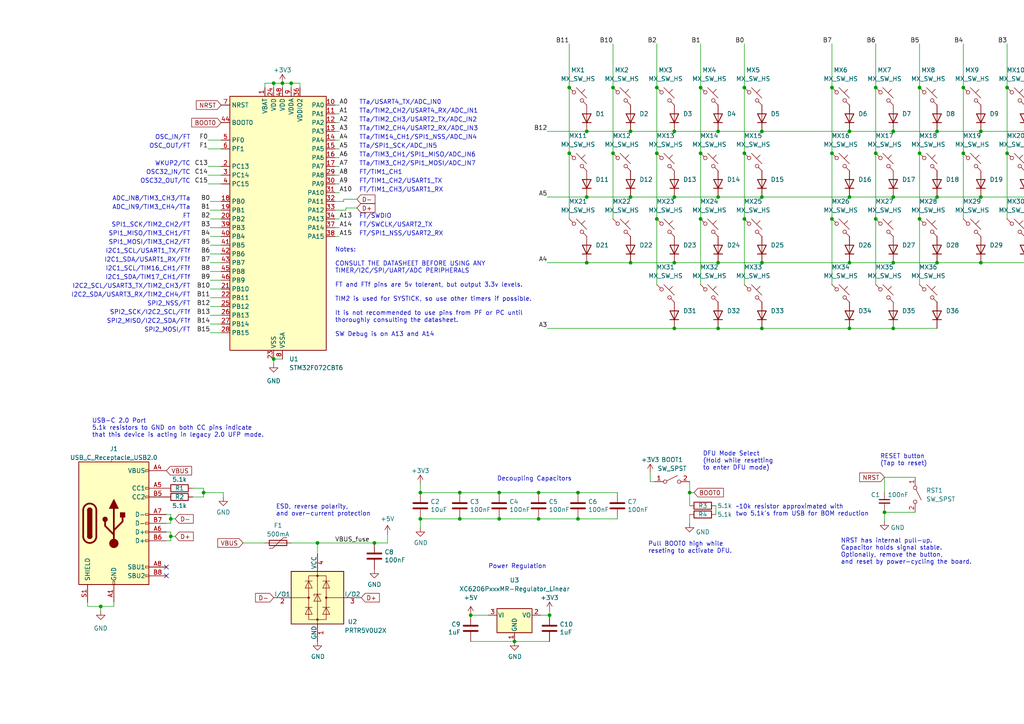
<source format=kicad_sch>
(kicad_sch (version 20230121) (generator eeschema)
  (paper "A4")
  (junction (at 195.58 95.25))
  (junction (at 246.38 57.15))
  (junction (at 317.5 88.9))
  (junction (at 246.38 76.2))
  (junction (at 170.18 76.2))
  (junction (at 200.025 142.875))
  (junction (at 279.4 44.45))
  (junction (at 170.18 57.15))
  (junction (at 195.58 38.1))
  (junction (at 81.915 24.13))
  (junction (at 266.7 25.4))
  (junction (at 220.98 38.1))
  (junction (at 284.48 76.2))
  (junction (at 220.98 95.25))
  (junction (at 215.9 25.4))
  (junction (at 254 63.5))
  (junction (at 279.4 25.4))
  (junction (at 165.1 25.4))
  (junction (at 266.7 63.5))
  (junction (at 259.08 57.15))
  (junction (at 159.385 178.435))
  (junction (at 59.055 142.875))
  (junction (at 79.375 24.13))
  (junction (at 254 25.4))
  (junction (at 336.55 88.9))
  (junction (at 246.38 38.1))
  (junction (at 190.5 63.5))
  (junction (at 271.78 38.1))
  (junction (at 156.21 150.495))
  (junction (at 284.48 38.1))
  (junction (at 271.78 76.2))
  (junction (at 136.525 178.435))
  (junction (at 177.8 25.4))
  (junction (at 215.9 63.5))
  (junction (at 208.28 38.1))
  (junction (at 156.21 142.875))
  (junction (at 165.1 44.45))
  (junction (at 195.58 76.2))
  (junction (at 190.5 44.45))
  (junction (at 254 44.45))
  (junction (at 220.98 76.2))
  (junction (at 121.92 150.495))
  (junction (at 203.2 25.4))
  (junction (at 271.78 57.15))
  (junction (at 203.2 44.45))
  (junction (at 208.28 76.2))
  (junction (at 149.225 186.055) (diameter 0.9144))
  (junction (at 203.2 63.5))
  (junction (at 259.08 38.1))
  (junction (at 256.54 148.59))
  (junction (at 121.92 142.875))
  (junction (at 182.88 38.1))
  (junction (at 79.375 104.14))
  (junction (at 355.6 104.14))
  (junction (at 246.38 95.25))
  (junction (at 284.48 57.15))
  (junction (at 144.78 150.495))
  (junction (at 266.7 44.45))
  (junction (at 133.35 150.495))
  (junction (at 292.1 44.45))
  (junction (at 167.64 150.495))
  (junction (at 241.3 63.5))
  (junction (at 336.55 104.14))
  (junction (at 167.64 142.875))
  (junction (at 241.3 44.45))
  (junction (at 259.08 76.2))
  (junction (at 182.88 76.2))
  (junction (at 177.8 44.45))
  (junction (at 208.28 57.15))
  (junction (at 170.18 38.1))
  (junction (at 92.075 157.48))
  (junction (at 144.78 142.875))
  (junction (at 195.58 57.15))
  (junction (at 259.08 95.25))
  (junction (at 215.9 44.45))
  (junction (at 208.28 95.25))
  (junction (at 190.5 25.4))
  (junction (at 108.585 157.48))
  (junction (at 49.53 155.575))
  (junction (at 220.98 57.15))
  (junction (at 29.21 175.895))
  (junction (at 241.3 25.4))
  (junction (at 49.53 150.495))
  (junction (at 182.88 57.15))
  (junction (at 133.35 142.875))
  (junction (at 292.1 25.4))
  (junction (at 84.455 24.13))
  (no_connect (at 363.22 96.52))
  (no_connect (at 48.26 167.005))
  (no_connect (at 48.26 164.465))
  (wire (pts (xy 279.4 25.4) (xy 279.4 44.45)))
  (wire (pts (xy 254 44.45) (xy 254 63.5)))
  (wire (pts (xy 220.98 38.1) (xy 246.38 38.1)))
  (wire (pts (xy 167.64 150.495) (xy 179.07 150.495)))
  (wire (pts (xy 203.2 63.5) (xy 203.2 82.55)))
  (wire (pts (xy 48.26 156.845) (xy 49.53 156.845)))
  (wire (pts (xy 60.96 76.2) (xy 64.135 76.2)))
  (wire (pts (xy 98.425 40.64) (xy 97.155 40.64)))
  (wire (pts (xy 271.78 57.15) (xy 284.48 57.15)))
  (wire (pts (xy 29.21 175.895) (xy 33.02 175.895)))
  (wire (pts (xy 60.96 60.96) (xy 64.135 60.96)))
  (wire (pts (xy 246.38 57.15) (xy 259.08 57.15)))
  (wire (pts (xy 86.995 24.13) (xy 86.995 25.4)))
  (wire (pts (xy 284.48 38.1) (xy 297.18 38.1)))
  (wire (pts (xy 158.75 95.25) (xy 195.58 95.25)))
  (wire (pts (xy 182.88 76.2) (xy 195.58 76.2)))
  (wire (pts (xy 292.1 25.4) (xy 292.1 44.45)))
  (wire (pts (xy 48.26 149.225) (xy 49.53 149.225)))
  (wire (pts (xy 98.425 53.34) (xy 97.155 53.34)))
  (wire (pts (xy 59.055 144.145) (xy 59.055 142.875)))
  (wire (pts (xy 195.58 95.25) (xy 208.28 95.25)))
  (wire (pts (xy 144.78 150.495) (xy 133.35 150.495)))
  (wire (pts (xy 55.88 144.145) (xy 59.055 144.145)))
  (wire (pts (xy 246.38 38.1) (xy 259.08 38.1)))
  (wire (pts (xy 98.425 48.26) (xy 97.155 48.26)))
  (wire (pts (xy 49.53 150.495) (xy 49.53 151.765)))
  (wire (pts (xy 59.055 142.875) (xy 59.055 141.605)))
  (wire (pts (xy 189.865 139.7) (xy 188.595 139.7)))
  (wire (pts (xy 208.28 76.2) (xy 220.98 76.2)))
  (wire (pts (xy 208.28 57.15) (xy 220.98 57.15)))
  (wire (pts (xy 29.21 177.165) (xy 29.21 175.895)))
  (wire (pts (xy 241.3 25.4) (xy 241.3 44.45)))
  (wire (pts (xy 84.455 24.13) (xy 84.455 25.4)))
  (wire (pts (xy 190.5 63.5) (xy 190.5 82.55)))
  (wire (pts (xy 98.425 35.56) (xy 97.155 35.56)))
  (wire (pts (xy 158.75 57.15) (xy 170.18 57.15)))
  (wire (pts (xy 59.055 142.875) (xy 64.77 142.875)))
  (wire (pts (xy 144.78 142.875) (xy 133.35 142.875)))
  (wire (pts (xy 60.96 63.5) (xy 64.135 63.5)))
  (wire (pts (xy 208.28 38.1) (xy 220.98 38.1)))
  (wire (pts (xy 84.455 24.13) (xy 86.995 24.13)))
  (wire (pts (xy 200.025 142.875) (xy 201.295 142.875)))
  (wire (pts (xy 246.38 95.25) (xy 259.08 95.25)))
  (wire (pts (xy 317.5 104.14) (xy 336.55 104.14)))
  (wire (pts (xy 60.96 78.74) (xy 64.135 78.74)))
  (wire (pts (xy 79.375 24.13) (xy 79.375 25.4)))
  (wire (pts (xy 182.88 57.15) (xy 195.58 57.15)))
  (wire (pts (xy 336.55 88.9) (xy 355.6 88.9)))
  (wire (pts (xy 55.88 141.605) (xy 59.055 141.605)))
  (wire (pts (xy 149.225 186.055) (xy 159.385 186.055)))
  (wire (pts (xy 60.96 93.98) (xy 64.135 93.98)))
  (wire (pts (xy 79.375 105.41) (xy 79.375 104.14)))
  (wire (pts (xy 215.9 63.5) (xy 215.9 82.55)))
  (wire (pts (xy 60.96 83.82) (xy 64.135 83.82)))
  (wire (pts (xy 259.08 57.15) (xy 271.78 57.15)))
  (wire (pts (xy 325.755 130.81) (xy 328.93 130.81)))
  (wire (pts (xy 326.39 125.73) (xy 328.93 125.73)))
  (wire (pts (xy 98.425 38.1) (xy 97.155 38.1)))
  (wire (pts (xy 266.7 25.4) (xy 266.7 44.45)))
  (wire (pts (xy 215.9 25.4) (xy 215.9 44.45)))
  (wire (pts (xy 256.54 151.13) (xy 256.54 148.59)))
  (wire (pts (xy 158.75 38.1) (xy 170.18 38.1)))
  (wire (pts (xy 60.96 73.66) (xy 64.135 73.66)))
  (wire (pts (xy 136.525 178.435) (xy 141.605 178.435)))
  (wire (pts (xy 207.645 146.685) (xy 207.645 149.225)))
  (wire (pts (xy 190.5 12.7) (xy 190.5 25.4)))
  (wire (pts (xy 156.21 142.875) (xy 167.64 142.875)))
  (wire (pts (xy 307.34 96.52) (xy 309.88 96.52)))
  (wire (pts (xy 98.425 63.5) (xy 97.155 63.5)))
  (wire (pts (xy 182.88 38.1) (xy 195.58 38.1)))
  (wire (pts (xy 241.3 12.7) (xy 241.3 25.4)))
  (wire (pts (xy 60.96 71.12) (xy 64.135 71.12)))
  (wire (pts (xy 259.08 76.2) (xy 271.78 76.2)))
  (wire (pts (xy 177.8 25.4) (xy 177.8 44.45)))
  (wire (pts (xy 292.1 12.7) (xy 292.1 25.4)))
  (wire (pts (xy 108.585 157.48) (xy 112.395 157.48)))
  (wire (pts (xy 188.595 139.7) (xy 188.595 137.16)))
  (wire (pts (xy 100.33 60.325) (xy 100.33 60.96)))
  (wire (pts (xy 60.96 66.04) (xy 64.135 66.04)))
  (wire (pts (xy 76.835 24.13) (xy 76.835 25.4)))
  (wire (pts (xy 336.55 104.14) (xy 355.6 104.14)))
  (wire (pts (xy 190.5 44.45) (xy 190.5 63.5)))
  (wire (pts (xy 195.58 57.15) (xy 208.28 57.15)))
  (wire (pts (xy 98.425 43.18) (xy 97.155 43.18)))
  (wire (pts (xy 241.3 44.45) (xy 241.3 63.5)))
  (wire (pts (xy 60.96 91.44) (xy 64.135 91.44)))
  (wire (pts (xy 256.54 138.43) (xy 265.43 138.43)))
  (wire (pts (xy 271.78 76.2) (xy 284.48 76.2)))
  (wire (pts (xy 156.845 178.435) (xy 159.385 178.435)))
  (wire (pts (xy 144.78 142.875) (xy 156.21 142.875)))
  (wire (pts (xy 246.38 76.2) (xy 259.08 76.2)))
  (wire (pts (xy 98.425 45.72) (xy 97.155 45.72)))
  (wire (pts (xy 200.025 139.7) (xy 200.025 142.875)))
  (wire (pts (xy 84.455 24.13) (xy 81.915 24.13)))
  (wire (pts (xy 60.96 58.42) (xy 64.135 58.42)))
  (wire (pts (xy 256.54 138.43) (xy 256.54 142.875)))
  (wire (pts (xy 98.425 55.88) (xy 97.155 55.88)))
  (wire (pts (xy 60.96 86.36) (xy 64.135 86.36)))
  (wire (pts (xy 70.485 157.48) (xy 76.835 157.48)))
  (wire (pts (xy 344.17 96.52) (xy 347.98 96.52)))
  (wire (pts (xy 259.08 95.25) (xy 271.78 95.25)))
  (wire (pts (xy 100.33 60.96) (xy 97.155 60.96)))
  (wire (pts (xy 121.92 153.035) (xy 121.92 150.495)))
  (wire (pts (xy 279.4 12.7) (xy 279.4 25.4)))
  (wire (pts (xy 49.53 156.845) (xy 49.53 155.575)))
  (wire (pts (xy 60.325 48.26) (xy 64.135 48.26)))
  (wire (pts (xy 60.325 50.8) (xy 64.135 50.8)))
  (wire (pts (xy 48.26 154.305) (xy 49.53 154.305)))
  (wire (pts (xy 84.455 157.48) (xy 92.075 157.48)))
  (wire (pts (xy 79.375 104.14) (xy 81.915 104.14)))
  (wire (pts (xy 167.64 142.875) (xy 179.07 142.875)))
  (wire (pts (xy 254 12.7) (xy 254 25.4)))
  (wire (pts (xy 121.92 140.335) (xy 121.92 142.875)))
  (wire (pts (xy 60.96 96.52) (xy 64.135 96.52)))
  (wire (pts (xy 256.54 148.59) (xy 256.54 147.955)))
  (wire (pts (xy 170.18 76.2) (xy 182.88 76.2)))
  (wire (pts (xy 220.98 76.2) (xy 246.38 76.2)))
  (wire (pts (xy 49.53 150.495) (xy 50.8 150.495)))
  (wire (pts (xy 79.375 24.13) (xy 81.915 24.13)))
  (wire (pts (xy 256.54 148.59) (xy 265.43 148.59)))
  (wire (pts (xy 220.98 95.25) (xy 246.38 95.25)))
  (wire (pts (xy 317.5 88.9) (xy 336.55 88.9)))
  (wire (pts (xy 215.9 12.7) (xy 215.9 25.4)))
  (wire (pts (xy 200.025 149.225) (xy 200.025 151.765)))
  (wire (pts (xy 60.325 40.64) (xy 64.135 40.64)))
  (wire (pts (xy 203.2 12.7) (xy 203.2 25.4)))
  (wire (pts (xy 254 63.5) (xy 254 82.55)))
  (wire (pts (xy 60.96 88.9) (xy 64.135 88.9)))
  (wire (pts (xy 177.8 12.7) (xy 177.8 25.4)))
  (wire (pts (xy 60.96 81.28) (xy 64.135 81.28)))
  (wire (pts (xy 25.4 175.895) (xy 29.21 175.895)))
  (wire (pts (xy 203.2 25.4) (xy 203.2 44.45)))
  (wire (pts (xy 112.395 154.94) (xy 112.395 157.48)))
  (wire (pts (xy 292.1 44.45) (xy 292.1 63.5)))
  (wire (pts (xy 165.1 12.7) (xy 165.1 25.4)))
  (wire (pts (xy 76.835 24.13) (xy 79.375 24.13)))
  (wire (pts (xy 60.96 68.58) (xy 64.135 68.58)))
  (wire (pts (xy 215.9 44.45) (xy 215.9 63.5)))
  (wire (pts (xy 200.025 142.875) (xy 200.025 146.685)))
  (wire (pts (xy 48.26 151.765) (xy 49.53 151.765)))
  (wire (pts (xy 318.135 128.27) (xy 328.93 128.27)))
  (wire (pts (xy 259.08 38.1) (xy 271.78 38.1)))
  (wire (pts (xy 190.5 25.4) (xy 190.5 44.45)))
  (wire (pts (xy 99.695 57.785) (xy 99.695 58.42)))
  (wire (pts (xy 25.4 174.625) (xy 25.4 175.895)))
  (wire (pts (xy 266.7 44.45) (xy 266.7 63.5)))
  (wire (pts (xy 103.505 60.325) (xy 100.33 60.325)))
  (wire (pts (xy 266.7 63.5) (xy 266.7 82.55)))
  (wire (pts (xy 49.53 154.305) (xy 49.53 155.575)))
  (wire (pts (xy 241.3 63.5) (xy 241.3 82.55)))
  (wire (pts (xy 203.2 44.45) (xy 203.2 63.5)))
  (wire (pts (xy 98.425 50.8) (xy 97.155 50.8)))
  (wire (pts (xy 284.48 76.2) (xy 297.18 76.2)))
  (wire (pts (xy 98.425 33.02) (xy 97.155 33.02)))
  (wire (pts (xy 170.18 38.1) (xy 182.88 38.1)))
  (wire (pts (xy 98.425 66.04) (xy 97.155 66.04)))
  (wire (pts (xy 271.78 38.1) (xy 284.48 38.1)))
  (wire (pts (xy 49.53 155.575) (xy 50.8 155.575)))
  (wire (pts (xy 133.35 150.495) (xy 121.92 150.495)))
  (wire (pts (xy 170.18 57.15) (xy 182.88 57.15)))
  (wire (pts (xy 159.385 177.165) (xy 159.385 178.435)))
  (wire (pts (xy 195.58 38.1) (xy 208.28 38.1)))
  (wire (pts (xy 64.77 142.875) (xy 64.77 144.145)))
  (wire (pts (xy 33.02 175.895) (xy 33.02 174.625)))
  (wire (pts (xy 99.695 58.42) (xy 97.155 58.42)))
  (wire (pts (xy 92.075 157.48) (xy 92.075 160.655)))
  (wire (pts (xy 60.325 43.18) (xy 64.135 43.18)))
  (wire (pts (xy 103.505 57.785) (xy 99.695 57.785)))
  (wire (pts (xy 149.225 186.055) (xy 136.525 186.055)))
  (wire (pts (xy 158.75 76.2) (xy 170.18 76.2)))
  (wire (pts (xy 177.8 44.45) (xy 177.8 63.5)))
  (wire (pts (xy 92.075 157.48) (xy 108.585 157.48)))
  (wire (pts (xy 165.1 44.45) (xy 165.1 63.5)))
  (wire (pts (xy 220.98 57.15) (xy 246.38 57.15)))
  (wire (pts (xy 98.425 30.48) (xy 97.155 30.48)))
  (wire (pts (xy 98.425 68.58) (xy 97.155 68.58)))
  (wire (pts (xy 81.915 24.13) (xy 81.915 25.4)))
  (wire (pts (xy 133.35 142.875) (xy 121.92 142.875)))
  (wire (pts (xy 284.48 57.15) (xy 297.18 57.15)))
  (wire (pts (xy 49.53 149.225) (xy 49.53 150.495)))
  (wire (pts (xy 165.1 25.4) (xy 165.1 44.45)))
  (wire (pts (xy 254 25.4) (xy 254 44.45)))
  (wire (pts (xy 144.78 150.495) (xy 156.21 150.495)))
  (wire (pts (xy 279.4 44.45) (xy 279.4 63.5)))
  (wire (pts (xy 266.7 12.7) (xy 266.7 25.4)))
  (wire (pts (xy 325.12 96.52) (xy 328.93 96.52)))
  (wire (pts (xy 156.21 150.495) (xy 167.64 150.495)))
  (wire (pts (xy 60.325 53.34) (xy 64.135 53.34)))
  (wire (pts (xy 208.28 95.25) (xy 220.98 95.25)))
  (wire (pts (xy 195.58 76.2) (xy 208.28 76.2)))
  (text "SPI1_SCK/TIM2_CH2/FT" (at 55.245 66.04 0) (effects (font (size 1.27 1.27)) (justify right bottom)))
  (text "FT/TIM1_CH1" (at 104.14 50.8 0) (effects (font (size 1.27 1.27)) (justify left bottom)))
  (text "FT/TIM1_CH3/USART1_RX" (at 104.14 55.88 0) (effects (font (size 1.27 1.27)) (justify left bottom)))
  (text "SPI2_NSS/FT" (at 55.245 88.9 0) (effects (font (size 1.27 1.27)) (justify right bottom)))
  (text "Notes:\n\nCONSULT THE DATASHEET BEFORE USING ANY \nTIMER/I2C/SPI/UART/ADC PERIPHERALS\n\nFT and FTf pins are 5v tolerant, but output 3.3v levels.\n\nTIM2 is used for SYSTICK, so use other timers if possible.\n\nIt is not recommended to use pins from PF or PC until\nthoroughly consulting the datasheet.\n\nSW Debug is on A13 and A14" (at 97.155 97.79 0) (effects (font (size 1.27 1.27)) (justify left bottom)))
  (text "TTa/TIM2_CH4/USART2_RX/ADC_IN3" (at 104.14 38.1 0) (effects (font (size 1.27 1.27)) (justify left bottom)))
  (text "NRST has internal pull-up.\nCapacitor holds signal stable.\nOptionally, remove the button,\nand reset by power-cycling the board." (at 243.84 163.83 0) (effects (font (size 1.27 1.27)) (justify left bottom)))
  (text "FT/SWDIO" (at 104.14 63.5 0) (effects (font (size 1.27 1.27)) (justify left bottom)))
  (text "Decoupling Capacitors" (at 144.145 139.7 0) (effects (font (size 1.27 1.27)) (justify left bottom)))
  (text "SPI1_MOSI/TIM3_CH2/FT" (at 55.245 71.12 0) (effects (font (size 1.27 1.27)) (justify right bottom)))
  (text "ADC_IN9/TIM3_CH4/TTa" (at 55.245 60.96 0) (effects (font (size 1.27 1.27)) (justify right bottom)))
  (text "I2C2_SCL/USART3_TX/TIM2_CH3/FT" (at 55.245 83.82 0) (effects (font (size 1.27 1.27)) (justify right bottom)))
  (text "SPI2_MISO/I2C2_SDA/FTf" (at 55.245 93.98 0) (effects (font (size 1.27 1.27)) (justify right bottom)))
  (text "FT/SWCLK/USART2_TX" (at 104.14 66.04 0) (effects (font (size 1.27 1.27)) (justify left bottom)))
  (text "I2C1_SCL/TIM16_CH1/FTf" (at 55.245 78.74 0) (effects (font (size 1.27 1.27)) (justify right bottom)))
  (text "~10k resistor approximated with\ntwo 5.1k's from USB for BOM reduction" (at 213.36 149.86 0) (effects (font (size 1.27 1.27)) (justify left bottom)))
  (text "TTa/TIM2_CH2/USART4_RX/ADC_IN1" (at 104.14 33.02 0) (effects (font (size 1.27 1.27)) (justify left bottom)))
  (text "USB-C 2.0 Port\n5.1k resistors to GND on both CC pins indicate\nthat this device is acting in legacy 2.0 UFP mode." (at 26.67 127 0) (effects (font (size 1.27 1.27)) (justify left bottom)))
  (text "TTa/TIM2_CH3/USART2_TX/ADC_IN2" (at 104.14 35.56 0) (effects (font (size 1.27 1.27)) (justify left bottom)))
  (text "OSC_IN/FT" (at 55.245 40.64 0) (effects (font (size 1.27 1.27)) (justify right bottom)))
  (text "DFU Mode Select\n(Hold while resetting\nto enter DFU mode)" (at 203.835 136.525 0) (effects (font (size 1.27 1.27)) (justify left bottom)))
  (text "WKUP2/TC" (at 55.245 48.26 0) (effects (font (size 1.27 1.27)) (justify right bottom)))
  (text "I2C2_SDA/USART3_RX/TIM2_CH4/FT" (at 55.245 86.36 0) (effects (font (size 1.27 1.27)) (justify right bottom)))
  (text "ADC_IN8/TIM3_CH3/TTa" (at 55.245 58.42 0) (effects (font (size 1.27 1.27)) (justify right bottom)))
  (text "RESET button\n(Tap to reset)" (at 255.27 135.255 0) (effects (font (size 1.27 1.27)) (justify left bottom)))
  (text "Pull BOOT0 high while \nreseting to activate DFU." (at 187.96 160.655 0) (effects (font (size 1.27 1.27)) (justify left bottom)))
  (text "I2C1_SDA/TIM17_CH1/FTf" (at 55.245 81.28 0) (effects (font (size 1.27 1.27)) (justify right bottom)))
  (text "TTa/SPI1_SCK/ADC_IN5" (at 104.14 43.18 0) (effects (font (size 1.27 1.27)) (justify left bottom)))
  (text "TTa/TIM3_CH1/SPI1_MISO/ADC_IN6" (at 104.14 45.72 0) (effects (font (size 1.27 1.27)) (justify left bottom)))
  (text "TTa/TIM3_CH2/SPI1_MOSI/ADC_IN7" (at 104.14 48.26 0) (effects (font (size 1.27 1.27)) (justify left bottom)))
  (text "OSC32_OUT/TC" (at 55.245 53.34 0) (effects (font (size 1.27 1.27)) (justify right bottom)))
  (text "FT/SPI1_NSS/USART2_RX" (at 104.14 68.58 0) (effects (font (size 1.27 1.27)) (justify left bottom)))
  (text "SPI1_MISO/TIM3_CH1/FT" (at 55.245 68.58 0) (effects (font (size 1.27 1.27)) (justify right bottom)))
  (text "OSC32_IN/TC" (at 55.245 50.8 0) (effects (font (size 1.27 1.27)) (justify right bottom)))
  (text "TODO: Find out which pin can be used for this" (at 304.8 112.395 0) (effects (font (size 1.27 1.27)) (justify left bottom)))
  (text "TTa/TIM14_CH1/SPI1_NSS/ADC_IN4" (at 104.14 40.64 0) (effects (font (size 1.27 1.27)) (justify left bottom)))
  (text "I2C1_SDA/USART1_RX/FTf" (at 55.245 76.2 0) (effects (font (size 1.27 1.27)) (justify right bottom)))
  (text "SPI2_MOSI/FT" (at 55.245 96.52 0) (effects (font (size 1.27 1.27)) (justify right bottom)))
  (text "FT/TIM1_CH2/USART1_TX" (at 104.14 53.34 0) (effects (font (size 1.27 1.27)) (justify left bottom)))
  (text "Power Regulation" (at 141.605 165.1 0) (effects (font (size 1.27 1.27)) (justify left bottom)))
  (text "SPI2_SCK/I2C2_SCL/FTf" (at 55.245 91.44 0) (effects (font (size 1.27 1.27)) (justify right bottom)))
  (text "OSC_OUT/FT" (at 55.245 43.18 0) (effects (font (size 1.27 1.27)) (justify right bottom)))
  (text "ESD, reverse polarity,\nand over-current protection" (at 80.01 149.86 0) (effects (font (size 1.27 1.27)) (justify left bottom)))
  (text "FT" (at 55.245 63.5 0) (effects (font (size 1.27 1.27)) (justify right bottom)))
  (text "TTa/USART4_TX/ADC_IN0" (at 104.14 30.48 0) (effects (font (size 1.27 1.27)) (justify left bottom)))
  (text "I2C1_SCL/USART1_TX/FTf" (at 55.245 73.66 0) (effects (font (size 1.27 1.27)) (justify right bottom)))
  (label "A1" (at 98.425 33.02 0))
  (label "B3" (at 292.1 12.7 180))
  (label "A15" (at 307.34 96.52 180))
  (label "A3" (at 98.425 38.1 0))
  (label "A13" (at 98.425 63.5 0))
  (label "A10" (at 98.425 55.88 0))
  (label "B7" (at 60.96 76.2 180))
  (label "B6" (at 254 12.7 180))
  (label "B13" (at 60.96 91.44 180))
  (label "A6" (at 98.425 45.72 0))
  (label "B1" (at 60.96 60.96 180))
  (label "B9" (at 60.96 81.28 180))
  (label "B12" (at 158.75 38.1 180))
  (label "B5" (at 60.96 71.12 180))
  (label "B14" (at 60.96 93.98 180))
  (label "A8" (at 98.425 50.8 0))
  (label "B1" (at 203.2 12.7 180))
  (label "A1" (at 326.39 125.73 180))
  (label "B0" (at 60.96 58.42 180))
  (label "A9" (at 98.425 53.34 0))
  (label "VBUS_fuse" (at 97.155 157.48 0))
  (label "A2" (at 98.425 35.56 0))
  (label "B8" (at 60.96 78.74 180))
  (label "B0" (at 215.9 12.7 180))
  (label "A4" (at 98.425 40.64 0))
  (label "B12" (at 60.96 88.9 180))
  (label "B4" (at 60.96 68.58 180))
  (label "C14" (at 60.325 50.8 180))
  (label "B6" (at 60.96 73.66 180))
  (label "B10" (at 177.8 12.7 180))
  (label "B15" (at 60.96 96.52 180))
  (label "A14" (at 98.425 66.04 0))
  (label "B10" (at 60.96 83.82 180))
  (label "A4" (at 158.75 76.2 180))
  (label "B11" (at 60.96 86.36 180))
  (label "C15" (at 60.325 53.34 180))
  (label "B3" (at 60.96 66.04 180))
  (label "B5" (at 266.7 12.7 180))
  (label "B4" (at 279.4 12.7 180))
  (label "A0" (at 98.425 30.48 0))
  (label "B2" (at 60.96 63.5 180))
  (label "A5" (at 158.75 57.15 180))
  (label "A3" (at 158.75 95.25 180))
  (label "F1" (at 60.325 43.18 180))
  (label "B7" (at 241.3 12.7 180))
  (label "B2" (at 190.5 12.7 180))
  (label "A5" (at 98.425 43.18 0))
  (label "A7" (at 98.425 48.26 0))
  (label "B11" (at 165.1 12.7 180))
  (label "A2" (at 325.755 130.81 180))
  (label "C13" (at 60.325 48.26 180))
  (label "F0" (at 60.325 40.64 180))
  (label "A15" (at 98.425 68.58 0))
  (global_label "VBUS" (shape input) (at 70.485 157.48 180) (property "Intersheetrefs" "${INTERSHEET_REFS}" (effects hide)))
  (global_label "D-" (shape input) (at 103.505 57.785 0) (property "Intersheetrefs" "${INTERSHEET_REFS}" (effects hide)))
  (global_label "D-" (shape input) (at 79.375 173.355 180) (property "Intersheetrefs" "${INTERSHEET_REFS}" (effects hide)))
  (global_label "BOOT0" (shape input) (at 64.135 35.56 180) (property "Intersheetrefs" "${INTERSHEET_REFS}" (effects hide)))
  (global_label "D+" (shape input) (at 103.505 60.325 0) (property "Intersheetrefs" "${INTERSHEET_REFS}" (effects hide)))
  (global_label "D+" (shape input) (at 104.775 173.355 0) (property "Intersheetrefs" "${INTERSHEET_REFS}" (effects hide)))
  (global_label "D-" (shape input) (at 50.8 150.495 0) (property "Intersheetrefs" "${INTERSHEET_REFS}" (effects hide)))
  (global_label "NRST" (shape input) (at 256.54 138.43 180) (property "Intersheetrefs" "${INTERSHEET_REFS}" (effects hide)))
  (global_label "NRST" (shape input) (at 64.135 30.48 180) (property "Intersheetrefs" "${INTERSHEET_REFS}" (effects hide)))
  (global_label "BOOT0" (shape input) (at 201.295 142.875 0) (property "Intersheetrefs" "${INTERSHEET_REFS}" (effects hide)))
  (global_label "D+" (shape input) (at 50.8 155.575 0) (property "Intersheetrefs" "${INTERSHEET_REFS}" (effects hide)))
  (global_label "VBUS" (shape input) (at 48.26 136.525 0) (property "Intersheetrefs" "${INTERSHEET_REFS}" (effects hide)))
  (symbol (lib_id "marbastlib-mx:MX_SW_HS_CPG151101S11") (at 218.44 66.04 0) (unit 1) (in_bom no)
    (property "Reference" "MX25" (at 218.44 58.42 0))
    (property "Value" "MX_SW_HS" (at 218.44 60.96 0))
    (property "Footprint" "klackerkasten:SW_MX_HS_CPG151101S11_1u" (effects hide))
    (property "LCSC" "C5156480" (effects hide))
  )
  (symbol (lib_id "marbastlib-mx:MX_SW_HS_CPG151101S11") (at 205.74 85.09 0) (unit 1) (in_bom no)
    (property "Reference" "MX32" (at 205.74 77.47 0))
    (property "Value" "MX_SW_HS" (at 205.74 80.01 0))
    (property "Footprint" "klackerkasten:SW_MX_HS_CPG151101S11_1u" (effects hide))
    (property "LCSC" "C5156480" (effects hide))
  )
  (symbol (lib_id "marbastlib-mx:MX_SW_HS_CPG151101S11") (at 180.34 46.99 0) (unit 1) (in_bom no)
    (property "Reference" "MX12" (at 180.34 39.37 0))
    (property "Value" "MX_SW_HS" (at 180.34 41.91 0))
    (property "Footprint" "klackerkasten:SW_MX_HS_CPG151101S11_1u" (effects hide))
    (property "LCSC" "C5156480" (effects hide))
  )
  (symbol (lib_id "Diode:1N4148W") (at 246.38 53.34 90) (unit 1)
    (property "Reference" "D16" (at 248.92 52.07 90) (effects (justify right)))
    (property "Value" "1N4148W" (effects hide))
    (property "Footprint" "klackerkasten:D_SOD-123" (effects hide))
    (property "Datasheet" "https://www.vishay.com/docs/85748/1n4148w.pdf" (effects hide))
    (property "Sim.Device" "D" (effects hide))
    (property "Sim.Pins" "1=K 2=A" (effects hide))
    (property "LCSC" "C81598" (effects hide))
  )
  (symbol (lib_id "marbastlib-mx:MX_SW_HS_CPG151101S11") (at 281.94 27.94 0) (unit 1) (in_bom no)
    (property "Reference" "MX9" (at 281.94 20.32 0))
    (property "Value" "MX_SW_HS" (at 281.94 22.86 0))
    (property "Footprint" "klackerkasten:SW_MX_HS_CPG151101S11_1u" (effects hide))
    (property "LCSC" "C5156480" (effects hide))
  )
  (symbol (lib_id "Connector:USB_C_Receptacle_USB2.0") (at 33.02 151.765 0) (unit 1)
    (property "Reference" "J1" (at 33.02 130.175 0))
    (property "Value" "USB_C_Receptacle_USB2.0" (at 33.02 132.715 0))
    (property "Footprint" "Connector_USB:USB_C_Receptacle_HRO_TYPE-C-31-M-12" (effects hide))
    (property "Datasheet" "https://www.usb.org/sites/default/files/documents/usb_type-c.zip" (effects hide))
    (property "JlcRotOffset" "180" (effects hide))
    (property "JlcPosOffset" "0,1.5" (effects hide))
    (property "LCSC" "C165948" (effects hide))
  )
  (symbol (lib_id "power:+3V3") (at 81.915 24.13 0) (unit 1)
    (property "Reference" "#PWR01" (effects hide))
    (property "Value" "+3V3" (at 81.915 20.32 0))
  )
  (symbol (lib_id "marbastlib-mx:MX_SW_HS_CPG151101S11") (at 243.84 85.09 0) (unit 1) (in_bom no)
    (property "Reference" "MX34" (at 243.84 77.47 0))
    (property "Value" "MX_SW_HS" (at 243.84 80.01 0))
    (property "Footprint" "klackerkasten:SW_MX_HS_CPG151101S11_1.5u" (effects hide))
    (property "LCSC" "C5156480" (effects hide))
  )
  (symbol (lib_id "Device:R") (at 203.835 146.685 90) (unit 1)
    (property "Reference" "R3" (at 203.835 146.685 90))
    (property "Value" "5.1k" (at 210.185 146.685 90))
    (property "Footprint" "Resistor_SMD:R_0402_1005Metric" (effects hide))
    (property "LCSC" "C25905" (effects hide))
  )
  (symbol (lib_id "Device:C") (at 108.585 161.29 0) (unit 1)
    (property "Reference" "C8" (at 111.506 160.1216 0) (effects (justify left)))
    (property "Value" "100nF" (at 111.506 162.433 0) (effects (justify left)))
    (property "Footprint" "Capacitor_SMD:C_0402_1005Metric" (effects hide))
    (property "LCSC" "C307331" (effects hide))
  )
  (symbol (lib_id "marbastlib-mx:MX_SW_HS_CPG151101S11") (at 281.94 66.04 0) (unit 1) (in_bom no)
    (property "Reference" "MX29" (at 281.94 58.42 0))
    (property "Value" "MX_SW_HS" (at 281.94 60.96 0))
    (property "Footprint" "klackerkasten:SW_MX_HS_CPG151101S11_1u" (effects hide))
    (property "LCSC" "C5156480" (effects hide))
  )
  (symbol (lib_id "Device:Polyfuse") (at 80.645 157.48 90) (unit 1)
    (property "Reference" "F1" (at 80.645 152.4 90))
    (property "Value" "500mA" (at 80.645 154.94 90))
    (property "Footprint" "Fuse:Fuse_1206_3216Metric" (effects hide))
    (property "LCSC" "C135341" (effects hide))
  )
  (symbol (lib_id "power:GND") (at 79.375 105.41 0) (unit 1)
    (property "Reference" "#PWR02" (effects hide))
    (property "Value" "GND" (at 79.375 110.49 0))
  )
  (symbol (lib_id "Diode:1N4148W") (at 208.28 53.34 90) (unit 1)
    (property "Reference" "D14" (at 210.82 52.07 90) (effects (justify right)))
    (property "Value" "1N4148W" (effects hide))
    (property "Footprint" "klackerkasten:D_SOD-123" (effects hide))
    (property "Datasheet" "https://www.vishay.com/docs/85748/1n4148w.pdf" (effects hide))
    (property "Sim.Device" "D" (effects hide))
    (property "Sim.Pins" "1=K 2=A" (effects hide))
    (property "LCSC" "C81598" (effects hide))
  )
  (symbol (lib_id "marbastlib-mx:MX_SW_HS_CPG151101S11") (at 205.74 46.99 0) (unit 1) (in_bom no)
    (property "Reference" "MX14" (at 205.74 39.37 0))
    (property "Value" "MX_SW_HS" (at 205.74 41.91 0))
    (property "Footprint" "klackerkasten:SW_MX_HS_CPG151101S11_1u" (effects hide))
    (property "LCSC" "C5156480" (effects hide))
  )
  (symbol (lib_id "Diode:1N4148W") (at 208.28 91.44 90) (unit 1)
    (property "Reference" "D32" (at 210.82 90.17 90) (effects (justify right)))
    (property "Value" "1N4148W" (effects hide))
    (property "Footprint" "klackerkasten:D_SOD-123" (effects hide))
    (property "Datasheet" "https://www.vishay.com/docs/85748/1n4148w.pdf" (effects hide))
    (property "Sim.Device" "D" (effects hide))
    (property "Sim.Pins" "1=K 2=A" (effects hide))
    (property "LCSC" "C81598" (effects hide))
  )
  (symbol (lib_id "power:GND") (at 64.77 144.145 0) (unit 1)
    (property "Reference" "#PWR05" (effects hide))
    (property "Value" "GND" (at 64.77 148.59 0))
  )
  (symbol (lib_id "Diode:1N4148W") (at 271.78 91.44 90) (unit 1)
    (property "Reference" "D36" (at 274.32 90.17 90) (effects (justify right)))
    (property "Value" "1N4148W" (effects hide))
    (property "Footprint" "klackerkasten:D_SOD-123" (effects hide))
    (property "Datasheet" "https://www.vishay.com/docs/85748/1n4148w.pdf" (effects hide))
    (property "Sim.Device" "D" (effects hide))
    (property "Sim.Pins" "1=K 2=A" (effects hide))
    (property "LCSC" "C81598" (effects hide))
  )
  (symbol (lib_id "marbastlib-mx:MX_SW_HS_CPG151101S11") (at 205.74 27.94 0) (unit 1) (in_bom no)
    (property "Reference" "MX4" (at 205.74 20.32 0))
    (property "Value" "MX_SW_HS" (at 205.74 22.86 0))
    (property "Footprint" "klackerkasten:SW_MX_HS_CPG151101S11_1u" (effects hide))
    (property "LCSC" "C5156480" (effects hide))
  )
  (symbol (lib_id "power:GND") (at 121.92 153.035 0) (unit 1)
    (property "Reference" "#PWR08" (effects hide))
    (property "Value" "GND" (at 122.047 157.4292 0))
  )
  (symbol (lib_id "marbastlib-mx:MX_SW_HS_CPG151101S11") (at 193.04 46.99 0) (unit 1) (in_bom no)
    (property "Reference" "MX13" (at 193.04 39.37 0))
    (property "Value" "MX_SW_HS" (at 193.04 41.91 0))
    (property "Footprint" "klackerkasten:SW_MX_HS_CPG151101S11_1u" (effects hide))
    (property "LCSC" "C5156480" (effects hide))
  )
  (symbol (lib_id "marbastlib-mx:MX_SW_HS_CPG151101S11") (at 193.04 27.94 0) (unit 1) (in_bom no)
    (property "Reference" "MX3" (at 193.04 20.32 0))
    (property "Value" "MX_SW_HS" (at 193.04 22.86 0))
    (property "Footprint" "klackerkasten:SW_MX_HS_CPG151101S11_1u" (effects hide))
    (property "LCSC" "C5156480" (effects hide))
  )
  (symbol (lib_id "MCU_ST_STM32F0:STM32F072CBTx") (at 79.375 66.04 0) (unit 1)
    (property "Reference" "U1" (at 83.8709 104.14 0) (effects (justify left)))
    (property "Value" "STM32F072CBT6" (at 83.8709 106.68 0) (effects (justify left)))
    (property "Footprint" "Package_QFP:LQFP-48_7x7mm_P0.5mm" (effects hide))
    (property "Datasheet" "https://www.st.com/resource/en/datasheet/stm32f072cb.pdf" (effects hide))
    (property "JlcRotOffset" "90" (effects hide))
    (property "LCSC" "C81720" (effects hide))
  )
  (symbol (lib_id "marbastlib-mx:MX_SW_HS_CPG151101S11") (at 205.74 66.04 0) (unit 1) (in_bom no)
    (property "Reference" "MX24" (at 205.74 58.42 0))
    (property "Value" "MX_SW_HS" (at 205.74 60.96 0))
    (property "Footprint" "klackerkasten:SW_MX_HS_CPG151101S11_1u" (effects hide))
    (property "LCSC" "C5156480" (effects hide))
  )
  (symbol (lib_id "marbastlib-mx:MX_SW_HS_CPG151101S11") (at 193.04 85.09 0) (unit 1) (in_bom no)
    (property "Reference" "MX31" (at 193.04 77.47 0))
    (property "Value" "MX_SW_HS" (at 193.04 80.01 0))
    (property "Footprint" "klackerkasten:SW_MX_HS_CPG151101S11_1u" (effects hide))
    (property "LCSC" "C5156480" (effects hide))
  )
  (symbol (lib_id "Diode:1N4148W") (at 220.98 53.34 90) (unit 1)
    (property "Reference" "D15" (at 223.52 52.07 90) (effects (justify right)))
    (property "Value" "1N4148W" (effects hide))
    (property "Footprint" "klackerkasten:D_SOD-123" (effects hide))
    (property "Datasheet" "https://www.vishay.com/docs/85748/1n4148w.pdf" (effects hide))
    (property "Sim.Device" "D" (effects hide))
    (property "Sim.Pins" "1=K 2=A" (effects hide))
    (property "LCSC" "C81598" (effects hide))
  )
  (symbol (lib_id "power:GND") (at 355.6 104.14 0) (unit 1)
    (property "Reference" "#PWR017" (effects hide))
    (property "Value" "GND" (at 355.6 109.22 0))
  )
  (symbol (lib_id "Device:C") (at 167.64 146.685 0) (unit 1)
    (property "Reference" "C6" (at 170.561 145.5166 0) (effects (justify left)))
    (property "Value" "100nF" (at 170.561 147.828 0) (effects (justify left)))
    (property "Footprint" "Capacitor_SMD:C_0402_1005Metric" (effects hide))
    (property "LCSC" "C307331" (effects hide))
  )
  (symbol (lib_id "Diode:1N4148W") (at 182.88 53.34 90) (unit 1)
    (property "Reference" "D12" (at 185.42 52.07 90) (effects (justify right)))
    (property "Value" "1N4148W" (effects hide))
    (property "Footprint" "klackerkasten:D_SOD-123" (effects hide))
    (property "Datasheet" "https://www.vishay.com/docs/85748/1n4148w.pdf" (effects hide))
    (property "Sim.Device" "D" (effects hide))
    (property "Sim.Pins" "1=K 2=A" (effects hide))
    (property "LCSC" "C81598" (effects hide))
  )
  (symbol (lib_id "marbastlib-mx:MX_SK6812MINI-E") (at 355.6 96.52 0) (unit 1) (in_bom no)
    (property "Reference" "LED3" (at 370.84 92.8721 0))
    (property "Value" "MX_SK6812MINI-E" (at 370.84 95.4121 0))
    (property "Footprint" "klackerkasten:LED_6028R" (effects hide))
    (property "LCSC" "C5149201" (effects hide))
  )
  (symbol (lib_id "marbastlib-mx:MX_SW_HS_CPG151101S11") (at 180.34 66.04 0) (unit 1) (in_bom no)
    (property "Reference" "MX22" (at 180.34 58.42 0))
    (property "Value" "MX_SW_HS" (at 180.34 60.96 0))
    (property "Footprint" "klackerkasten:SW_MX_HS_CPG151101S11_1u" (effects hide))
    (property "LCSC" "C5156480" (effects hide))
  )
  (symbol (lib_id "Diode:1N4148W") (at 220.98 91.44 90) (unit 1)
    (property "Reference" "D33" (at 223.52 90.17 90) (effects (justify right)))
    (property "Value" "1N4148W" (effects hide))
    (property "Footprint" "klackerkasten:D_SOD-123" (effects hide))
    (property "Datasheet" "https://www.vishay.com/docs/85748/1n4148w.pdf" (effects hide))
    (property "Sim.Device" "D" (effects hide))
    (property "Sim.Pins" "1=K 2=A" (effects hide))
    (property "LCSC" "C81598" (effects hide))
  )
  (symbol (lib_id "power:+3V3") (at 121.92 140.335 0) (unit 1)
    (property "Reference" "#PWR04" (effects hide))
    (property "Value" "+3V3" (at 121.92 136.525 0))
  )
  (symbol (lib_id "Diode:1N4148W") (at 208.28 72.39 90) (unit 1)
    (property "Reference" "D24" (at 210.82 71.12 90) (effects (justify right)))
    (property "Value" "1N4148W" (effects hide))
    (property "Footprint" "klackerkasten:D_SOD-123" (effects hide))
    (property "Datasheet" "https://www.vishay.com/docs/85748/1n4148w.pdf" (effects hide))
    (property "Sim.Device" "D" (effects hide))
    (property "Sim.Pins" "1=K 2=A" (effects hide))
    (property "LCSC" "C81598" (effects hide))
  )
  (symbol (lib_id "marbastlib-mx:MX_SW_HS_CPG151101S11") (at 218.44 85.09 0) (unit 1) (in_bom no)
    (property "Reference" "MX33" (at 218.44 77.47 0))
    (property "Value" "MX_SW_HS" (at 218.44 80.01 0))
    (property "Footprint" "klackerkasten:SW_MX_HS_CPG151101S11_1.5u" (effects hide))
    (property "LCSC" "C5156480" (effects hide))
  )
  (symbol (lib_id "marbastlib-mx:MX_SW_HS_CPG151101S11") (at 256.54 85.09 0) (unit 1) (in_bom no)
    (property "Reference" "MX35" (at 256.54 77.47 0))
    (property "Value" "MX_SW_HS" (at 256.54 80.01 0))
    (property "Footprint" "klackerkasten:SW_MX_HS_CPG151101S11_1u" (effects hide))
    (property "LCSC" "C5156480" (effects hide))
  )
  (symbol (lib_id "power:GND") (at 29.21 177.165 0) (unit 1)
    (property "Reference" "#PWR011" (effects hide))
    (property "Value" "GND" (at 29.21 182.245 0))
  )
  (symbol (lib_id "marbastlib-mx:MX_SW_HS_CPG151101S11") (at 269.24 85.09 0) (unit 1) (in_bom no)
    (property "Reference" "MX36" (at 269.24 77.47 0))
    (property "Value" "MX_SW_HS" (at 269.24 80.01 0))
    (property "Footprint" "klackerkasten:SW_MX_HS_CPG151101S11_1u" (effects hide))
    (property "LCSC" "C5156480" (effects hide))
  )
  (symbol (lib_id "Diode:1N4148W") (at 182.88 72.39 90) (unit 1)
    (property "Reference" "D22" (at 185.42 71.12 90) (effects (justify right)))
    (property "Value" "1N4148W" (effects hide))
    (property "Footprint" "klackerkasten:D_SOD-123" (effects hide))
    (property "Datasheet" "https://www.vishay.com/docs/85748/1n4148w.pdf" (effects hide))
    (property "Sim.Device" "D" (effects hide))
    (property "Sim.Pins" "1=K 2=A" (effects hide))
    (property "LCSC" "C81598" (effects hide))
  )
  (symbol (lib_id "Diode:1N4148W") (at 297.18 34.29 90) (unit 1)
    (property "Reference" "D10" (at 299.72 33.02 90) (effects (justify right)))
    (property "Value" "1N4148W" (effects hide))
    (property "Footprint" "klackerkasten:D_SOD-123" (effects hide))
    (property "Datasheet" "https://www.vishay.com/docs/85748/1n4148w.pdf" (effects hide))
    (property "Sim.Device" "D" (effects hide))
    (property "Sim.Pins" "1=K 2=A" (effects hide))
    (property "LCSC" "C81598" (effects hide))
  )
  (symbol (lib_id "Device:C") (at 159.385 182.245 0) (unit 1)
    (property "Reference" "C10" (at 162.306 181.0766 0) (effects (justify left)))
    (property "Value" "1uF" (at 162.306 183.388 0) (effects (justify left)))
    (property "Footprint" "Capacitor_SMD:C_0402_1005Metric" (effects hide))
    (property "LCSC" "C307331" (effects hide))
  )
  (symbol (lib_id "Diode:1N4148W") (at 170.18 53.34 90) (unit 1)
    (property "Reference" "D11" (at 172.72 52.07 90) (effects (justify right)))
    (property "Value" "1N4148W" (effects hide))
    (property "Footprint" "klackerkasten:D_SOD-123" (effects hide))
    (property "Datasheet" "https://www.vishay.com/docs/85748/1n4148w.pdf" (effects hide))
    (property "Sim.Device" "D" (effects hide))
    (property "Sim.Pins" "1=K 2=A" (effects hide))
    (property "LCSC" "C81598" (effects hide))
  )
  (symbol (lib_id "Diode:1N4148W") (at 195.58 72.39 90) (unit 1)
    (property "Reference" "D23" (at 198.12 71.12 90) (effects (justify right)))
    (property "Value" "1N4148W" (effects hide))
    (property "Footprint" "klackerkasten:D_SOD-123" (effects hide))
    (property "Datasheet" "https://www.vishay.com/docs/85748/1n4148w.pdf" (effects hide))
    (property "Sim.Device" "D" (effects hide))
    (property "Sim.Pins" "1=K 2=A" (effects hide))
    (property "LCSC" "C81598" (effects hide))
  )
  (symbol (lib_id "marbastlib-mx:MX_SW_HS_CPG151101S11") (at 167.64 46.99 0) (unit 1) (in_bom no)
    (property "Reference" "MX11" (at 167.64 39.37 0))
    (property "Value" "MX_SW_HS" (at 167.64 41.91 0))
    (property "Footprint" "klackerkasten:SW_MX_HS_CPG151101S11_1u" (effects hide))
    (property "LCSC" "C5156480" (effects hide))
  )
  (symbol (lib_id "Device:RotaryEncoder") (at 336.55 128.27 0) (unit 1) (in_bom no)
    (property "Reference" "SW1" (at 342.9 127 0) (effects (justify left)))
    (property "Value" "RotaryEncoder" (at 342.9 129.54 0) (effects (justify left)))
    (property "Footprint" "klackerkasten:RotaryEncoder_Alps_EC12E_Vertical_H20mm" (effects hide))
  )
  (symbol (lib_id "marbastlib-mx:MX_SW_HS_CPG151101S11") (at 193.04 66.04 0) (unit 1) (in_bom no)
    (property "Reference" "MX23" (at 193.04 58.42 0))
    (property "Value" "MX_SW_HS" (at 193.04 60.96 0))
    (property "Footprint" "klackerkasten:SW_MX_HS_CPG151101S11_1u" (effects hide))
    (property "LCSC" "C5156480" (effects hide))
  )
  (symbol (lib_id "Diode:1N4148W") (at 271.78 53.34 90) (unit 1)
    (property "Reference" "D18" (at 274.32 52.07 90) (effects (justify right)))
    (property "Value" "1N4148W" (effects hide))
    (property "Footprint" "klackerkasten:D_SOD-123" (effects hide))
    (property "Datasheet" "https://www.vishay.com/docs/85748/1n4148w.pdf" (effects hide))
    (property "Sim.Device" "D" (effects hide))
    (property "Sim.Pins" "1=K 2=A" (effects hide))
    (property "LCSC" "C81598" (effects hide))
  )
  (symbol (lib_id "kicad-keyboard-parts:XC6206PxxxMR-Regulator_Linear") (at 149.225 178.435 0) (unit 1)
    (property "Reference" "U3" (at 149.225 168.275 0))
    (property "Value" "XC6206PxxxMR-Regulator_Linear" (at 149.225 170.815 0))
    (property "Footprint" "Package_TO_SOT_SMD:SOT-23" (effects hide))
    (property "Datasheet" "https://www.torexsemi.com/file/xc6206/XC6206.pdf" (effects hide))
    (property "LCSC" "C5446" (effects hide))
  )
  (symbol (lib_id "marbastlib-mx:MX_SW_HS_CPG151101S11") (at 256.54 66.04 0) (unit 1) (in_bom no)
    (property "Reference" "MX27" (at 256.54 58.42 0))
    (property "Value" "MX_SW_HS" (at 256.54 60.96 0))
    (property "Footprint" "klackerkasten:SW_MX_HS_CPG151101S11_1u" (effects hide))
    (property "LCSC" "C5156480" (effects hide))
  )
  (symbol (lib_id "Diode:1N4148W") (at 246.38 34.29 90) (unit 1)
    (property "Reference" "D6" (at 248.92 33.02 90) (effects (justify right)))
    (property "Value" "1N4148W" (effects hide))
    (property "Footprint" "klackerkasten:D_SOD-123" (effects hide))
    (property "Datasheet" "https://www.vishay.com/docs/85748/1n4148w.pdf" (effects hide))
    (property "Sim.Device" "D" (effects hide))
    (property "Sim.Pins" "1=K 2=A" (effects hide))
    (property "LCSC" "C81598" (effects hide))
  )
  (symbol (lib_id "Diode:1N4148W") (at 271.78 34.29 90) (unit 1)
    (property "Reference" "D8" (at 274.32 33.02 90) (effects (justify right)))
    (property "Value" "1N4148W" (effects hide))
    (property "Footprint" "klackerkasten:D_SOD-123" (effects hide))
    (property "Datasheet" "https://www.vishay.com/docs/85748/1n4148w.pdf" (effects hide))
    (property "Sim.Device" "D" (effects hide))
    (property "Sim.Pins" "1=K 2=A" (effects hide))
    (property "LCSC" "C81598" (effects hide))
  )
  (symbol (lib_id "Diode:1N4148W") (at 259.08 53.34 90) (unit 1)
    (property "Reference" "D17" (at 261.62 52.07 90) (effects (justify right)))
    (property "Value" "1N4148W" (effects hide))
    (property "Footprint" "klackerkasten:D_SOD-123" (effects hide))
    (property "Datasheet" "https://www.vishay.com/docs/85748/1n4148w.pdf" (effects hide))
    (property "Sim.Device" "D" (effects hide))
    (property "Sim.Pins" "1=K 2=A" (effects hide))
    (property "LCSC" "C81598" (effects hide))
  )
  (symbol (lib_id "Diode:1N4148W") (at 208.28 34.29 90) (unit 1)
    (property "Reference" "D4" (at 210.82 33.02 90) (effects (justify right)))
    (property "Value" "1N4148W" (effects hide))
    (property "Footprint" "klackerkasten:D_SOD-123" (effects hide))
    (property "Datasheet" "https://www.vishay.com/docs/85748/1n4148w.pdf" (effects hide))
    (property "Sim.Device" "D" (effects hide))
    (property "Sim.Pins" "1=K 2=A" (effects hide))
    (property "LCSC" "C81598" (effects hide))
  )
  (symbol (lib_id "power:GND") (at 200.025 151.765 0) (unit 1)
    (property "Reference" "#PWR07" (effects hide))
    (property "Value" "GND" (at 203.835 154.305 0))
  )
  (symbol (lib_id "Diode:1N4148W") (at 259.08 72.39 90) (unit 1)
    (property "Reference" "D27" (at 261.62 71.12 90) (effects (justify right)))
    (property "Value" "1N4148W" (effects hide))
    (property "Footprint" "klackerkasten:D_SOD-123" (effects hide))
    (property "Datasheet" "https://www.vishay.com/docs/85748/1n4148w.pdf" (effects hide))
    (property "Sim.Device" "D" (effects hide))
    (property "Sim.Pins" "1=K 2=A" (effects hide))
    (property "LCSC" "C81598" (effects hide))
  )
  (symbol (lib_id "power:+3V3") (at 188.595 137.16 0) (mirror y) (unit 1)
    (property "Reference" "#PWR03" (effects hide))
    (property "Value" "+3V3" (at 188.595 133.35 0))
  )
  (symbol (lib_id "marbastlib-mx:MX_SW_HS_CPG151101S11") (at 218.44 27.94 0) (unit 1) (in_bom no)
    (property "Reference" "MX5" (at 218.44 20.32 0))
    (property "Value" "MX_SW_HS" (at 218.44 22.86 0))
    (property "Footprint" "klackerkasten:SW_MX_HS_CPG151101S11_1u" (effects hide))
    (property "LCSC" "C5156480" (effects hide))
  )
  (symbol (lib_id "marbastlib-mx:MX_SW_HS_CPG151101S11") (at 243.84 66.04 0) (unit 1) (in_bom no)
    (property "Reference" "MX26" (at 243.84 58.42 0))
    (property "Value" "MX_SW_HS" (at 243.84 60.96 0))
    (property "Footprint" "klackerkasten:SW_MX_HS_CPG151101S11_1u" (effects hide))
    (property "LCSC" "C5156480" (effects hide))
  )
  (symbol (lib_id "power:+3V3") (at 159.385 177.165 0) (unit 1)
    (property "Reference" "#PWR012" (effects hide))
    (property "Value" "+3V3" (at 159.385 173.355 0))
  )
  (symbol (lib_id "Diode:1N4148W") (at 220.98 72.39 90) (unit 1)
    (property "Reference" "D25" (at 223.52 71.12 90) (effects (justify right)))
    (property "Value" "1N4148W" (effects hide))
    (property "Footprint" "klackerkasten:D_SOD-123" (effects hide))
    (property "Datasheet" "https://www.vishay.com/docs/85748/1n4148w.pdf" (effects hide))
    (property "Sim.Device" "D" (effects hide))
    (property "Sim.Pins" "1=K 2=A" (effects hide))
    (property "LCSC" "C81598" (effects hide))
  )
  (symbol (lib_id "power:GND") (at 318.135 128.27 0) (unit 1)
    (property "Reference" "#PWR018" (effects hide))
    (property "Value" "GND" (at 318.135 133.35 0))
  )
  (symbol (lib_name "+5V_1") (lib_id "power:+5V") (at 112.395 154.94 0) (unit 1)
    (property "Reference" "#PWR09" (effects hide))
    (property "Value" "+5V" (at 112.395 150.495 0))
  )
  (symbol (lib_id "marbastlib-mx:MX_SW_HS_CPG151101S11") (at 218.44 46.99 0) (unit 1) (in_bom no)
    (property "Reference" "MX15" (at 218.44 39.37 0))
    (property "Value" "MX_SW_HS" (at 218.44 41.91 0))
    (property "Footprint" "klackerkasten:SW_MX_HS_CPG151101S11_1u" (effects hide))
    (property "LCSC" "C5156480" (effects hide))
  )
  (symbol (lib_id "Device:R") (at 52.07 141.605 270) (unit 1)
    (property "Reference" "R1" (at 52.07 141.605 90))
    (property "Value" "5.1k" (at 52.07 139.065 90))
    (property "Footprint" "Resistor_SMD:R_0402_1005Metric" (effects hide))
    (property "LCSC" "C25905" (effects hide))
  )
  (symbol (lib_id "power:GND") (at 108.585 165.1 0) (unit 1)
    (property "Reference" "#PWR010" (effects hide))
    (property "Value" "GND" (at 108.585 169.545 0))
  )
  (symbol (lib_id "power:GND") (at 149.225 186.055 0) (unit 1)
    (property "Reference" "#PWR015" (effects hide))
    (property "Value" "GND" (at 149.352 190.4492 0))
  )
  (symbol (lib_id "marbastlib-mx:MX_SW_HS_CPG151101S11") (at 281.94 46.99 0) (unit 1) (in_bom no)
    (property "Reference" "MX19" (at 281.94 39.37 0))
    (property "Value" "MX_SW_HS" (at 281.94 41.91 0))
    (property "Footprint" "klackerkasten:SW_MX_HS_CPG151101S11_1u" (effects hide))
    (property "LCSC" "C5156480" (effects hide))
  )
  (symbol (lib_id "power:+5V") (at 136.525 178.435 0) (unit 1)
    (property "Reference" "#PWR013" (effects hide))
    (property "Value" "+5V" (at 136.525 173.355 0))
  )
  (symbol (lib_id "marbastlib-mx:MX_SW_HS_CPG151101S11") (at 294.64 66.04 0) (unit 1) (in_bom no)
    (property "Reference" "MX30" (at 294.64 58.42 0))
    (property "Value" "MX_SW_HS" (at 294.64 60.96 0))
    (property "Footprint" "klackerkasten:SW_MX_HS_CPG151101S11_1u" (effects hide))
    (property "LCSC" "C5156480" (effects hide))
  )
  (symbol (lib_id "Diode:1N4148W") (at 195.58 53.34 90) (unit 1)
    (property "Reference" "D13" (at 198.12 52.07 90) (effects (justify right)))
    (property "Value" "1N4148W" (effects hide))
    (property "Footprint" "klackerkasten:D_SOD-123" (effects hide))
    (property "Datasheet" "https://www.vishay.com/docs/85748/1n4148w.pdf" (effects hide))
    (property "Sim.Device" "D" (effects hide))
    (property "Sim.Pins" "1=K 2=A" (effects hide))
    (property "LCSC" "C81598" (effects hide))
  )
  (symbol (lib_id "Switch:SW_SPST") (at 194.945 139.7 0) (unit 1)
    (property "Reference" "BOOT1" (at 194.945 133.35 0))
    (property "Value" "SW_SPST" (at 194.945 135.89 0))
    (property "Footprint" "Button_Switch_SMD:SW_SPST_TL3342" (effects hide))
    (property "LCSC" "C318884" (effects hide))
  )
  (symbol (lib_id "marbastlib-mx:MX_SW_HS_CPG151101S11") (at 167.64 66.04 0) (unit 1) (in_bom no)
    (property "Reference" "MX21" (at 167.64 58.42 0))
    (property "Value" "MX_SW_HS" (at 167.64 60.96 0))
    (property "Footprint" "klackerkasten:SW_MX_HS_CPG151101S11_1u" (effects hide))
    (property "LCSC" "C5156480" (effects hide))
  )
  (symbol (lib_id "Device:C") (at 144.78 146.685 0) (unit 1)
    (property "Reference" "C4" (at 147.701 145.5166 0) (effects (justify left)))
    (property "Value" "100nF" (at 147.701 147.828 0) (effects (justify left)))
    (property "Footprint" "Capacitor_SMD:C_0402_1005Metric" (effects hide))
    (property "LCSC" "C307331" (effects hide))
  )
  (symbol (lib_id "Diode:1N4148W") (at 195.58 34.29 90) (unit 1)
    (property "Reference" "D3" (at 198.12 33.02 90) (effects (justify right)))
    (property "Value" "1N4148W" (effects hide))
    (property "Footprint" "klackerkasten:D_SOD-123" (effects hide))
    (property "Datasheet" "https://www.vishay.com/docs/85748/1n4148w.pdf" (effects hide))
    (property "Sim.Device" "D" (effects hide))
    (property "Sim.Pins" "1=K 2=A" (effects hide))
    (property "LCSC" "C81598" (effects hide))
  )
  (symbol (lib_id "marbastlib-mx:MX_SW_HS_CPG151101S11") (at 243.84 27.94 0) (unit 1) (in_bom no)
    (property "Reference" "MX6" (at 243.84 20.32 0))
    (property "Value" "MX_SW_HS" (at 243.84 22.86 0))
    (property "Footprint" "klackerkasten:SW_MX_HS_CPG151101S11_1u" (effects hide))
    (property "LCSC" "C5156480" (effects hide))
  )
  (symbol (lib_id "Diode:1N4148W") (at 297.18 53.34 90) (unit 1)
    (property "Reference" "D20" (at 299.72 52.07 90) (effects (justify right)))
    (property "Value" "1N4148W" (effects hide))
    (property "Footprint" "klackerkasten:D_SOD-123" (effects hide))
    (property "Datasheet" "https://www.vishay.com/docs/85748/1n4148w.pdf" (effects hide))
    (property "Sim.Device" "D" (effects hide))
    (property "Sim.Pins" "1=K 2=A" (effects hide))
    (property "LCSC" "C81598" (effects hide))
  )
  (symbol (lib_id "marbastlib-mx:MX_SW_HS_CPG151101S11") (at 180.34 27.94 0) (unit 1) (in_bom no)
    (property "Reference" "MX2" (at 180.34 20.32 0))
    (property "Value" "MX_SW_HS" (at 180.34 22.86 0))
    (property "Footprint" "klackerkasten:SW_MX_HS_CPG151101S11_1u" (effects hide))
    (property "LCSC" "C5156480" (effects hide))
  )
  (symbol (lib_id "marbastlib-mx:MX_SW_HS_CPG151101S11") (at 243.84 46.99 0) (unit 1) (in_bom no)
    (property "Reference" "MX16" (at 243.84 39.37 0))
    (property "Value" "MX_SW_HS" (at 243.84 41.91 0))
    (property "Footprint" "klackerkasten:SW_MX_HS_CPG151101S11_1u" (effects hide))
    (property "LCSC" "C5156480" (effects hide))
  )
  (symbol (lib_id "Diode:1N4148W") (at 284.48 34.29 90) (unit 1)
    (property "Reference" "D9" (at 287.02 33.02 90) (effects (justify right)))
    (property "Value" "1N4148W" (effects hide))
    (property "Footprint" "klackerkasten:D_SOD-123" (effects hide))
    (property "Datasheet" "https://www.vishay.com/docs/85748/1n4148w.pdf" (effects hide))
    (property "Sim.Device" "D" (effects hide))
    (property "Sim.Pins" "1=K 2=A" (effects hide))
    (property "LCSC" "C81598" (effects hide))
  )
  (symbol (lib_id "marbastlib-mx:MX_SW_HS_CPG151101S11") (at 269.24 66.04 0) (unit 1) (in_bom no)
    (property "Reference" "MX28" (at 269.24 58.42 0))
    (property "Value" "MX_SW_HS" (at 269.24 60.96 0))
    (property "Footprint" "klackerkasten:SW_MX_HS_CPG151101S11_1u" (effects hide))
    (property "LCSC" "C5156480" (effects hide))
  )
  (symbol (lib_id "Diode:1N4148W") (at 259.08 34.29 90) (unit 1)
    (property "Reference" "D7" (at 261.62 33.02 90) (effects (justify right)))
    (property "Value" "1N4148W" (effects hide))
    (property "Footprint" "klackerkasten:D_SOD-123" (effects hide))
    (property "Datasheet" "https://www.vishay.com/docs/85748/1n4148w.pdf" (effects hide))
    (property "Sim.Device" "D" (effects hide))
    (property "Sim.Pins" "1=K 2=A" (effects hide))
    (property "LCSC" "C81598" (effects hide))
  )
  (symbol (lib_id "power:GND") (at 256.54 151.13 0) (mirror y) (unit 1)
    (property "Reference" "#PWR06" (effects hide))
    (property "Value" "GND" (at 260.35 153.035 0))
  )
  (symbol (lib_id "power:+3V3") (at 317.5 88.9 0) (unit 1)
    (property "Reference" "#PWR016" (effects hide))
    (property "Value" "+3V3" (at 317.5 85.09 0))
  )
  (symbol (lib_id "Diode:1N4148W") (at 195.58 91.44 90) (unit 1)
    (property "Reference" "D31" (at 198.12 90.17 90) (effects (justify right)))
    (property "Value" "1N4148W" (effects hide))
    (property "Footprint" "klackerkasten:D_SOD-123" (effects hide))
    (property "Datasheet" "https://www.vishay.com/docs/85748/1n4148w.pdf" (effects hide))
    (property "Sim.Device" "D" (effects hide))
    (property "Sim.Pins" "1=K 2=A" (effects hide))
    (property "LCSC" "C81598" (effects hide))
  )
  (symbol (lib_id "marbastlib-mx:MX_SW_HS_CPG151101S11") (at 269.24 27.94 0) (unit 1) (in_bom no)
    (property "Reference" "MX8" (at 269.24 20.32 0))
    (property "Value" "MX_SW_HS" (at 269.24 22.86 0))
    (property "Footprint" "klackerkasten:SW_MX_HS_CPG151101S11_1u" (effects hide))
    (property "LCSC" "C5156480" (effects hide))
  )
  (symbol (lib_id "Diode:1N4148W") (at 297.18 72.39 90) (unit 1)
    (property "Reference" "D30" (at 299.72 71.12 90) (effects (justify right)))
    (property "Value" "1N4148W" (effects hide))
    (property "Footprint" "klackerkasten:D_SOD-123" (effects hide))
    (property "Datasheet" "https://www.vishay.com/docs/85748/1n4148w.pdf" (effects hide))
    (property "Sim.Device" "D" (effects hide))
    (property "Sim.Pins" "1=K 2=A" (effects hide))
    (property "LCSC" "C81598" (effects hide))
  )
  (symbol (lib_id "marbastlib-mx:MX_SK6812MINI-E") (at 336.55 96.52 0) (unit 1) (in_bom no)
    (property "Reference" "LED2" (at 351.79 92.8721 0))
    (property "Value" "MX_SK6812MINI-E" (at 351.79 95.4121 0))
    (property "Footprint" "klackerkasten:LED_6028R" (effects hide))
    (property "LCSC" "C5149201" (effects hide))
  )
  (symbol (lib_id "Diode:1N4148W") (at 284.48 53.34 90) (unit 1)
    (property "Reference" "D19" (at 287.02 52.07 90) (effects (justify right)))
    (property "Value" "1N4148W" (effects hide))
    (property "Footprint" "klackerkasten:D_SOD-123" (effects hide))
    (property "Datasheet" "https://www.vishay.com/docs/85748/1n4148w.pdf" (effects hide))
    (property "Sim.Device" "D" (effects hide))
    (property "Sim.Pins" "1=K 2=A" (effects hide))
    (property "LCSC" "C81598" (effects hide))
  )
  (symbol (lib_id "marbastlib-mx:MX_SW_HS_CPG151101S11") (at 167.64 27.94 0) (unit 1) (in_bom no)
    (property "Reference" "MX1" (at 167.64 20.32 0))
    (property "Value" "MX_SW_HS" (at 167.64 22.86 0))
    (property "Footprint" "klackerkasten:SW_MX_HS_CPG151101S11_1u" (effects hide))
    (property "LCSC" "C5156480" (effects hide))
  )
  (symbol (lib_id "Device:C") (at 133.35 146.685 0) (unit 1)
    (property "Reference" "C3" (at 136.271 145.5166 0) (effects (justify left)))
    (property "Value" "100nF" (at 136.271 147.828 0) (effects (justify left)))
    (property "Footprint" "Capacitor_SMD:C_0402_1005Metric" (effects hide))
    (property "LCSC" "C307331" (effects hide))
  )
  (symbol (lib_id "Diode:1N4148W") (at 246.38 72.39 90) (unit 1)
    (property "Reference" "D26" (at 248.92 71.12 90) (effects (justify right)))
    (property "Value" "1N4148W" (effects hide))
    (property "Footprint" "klackerkasten:D_SOD-123" (effects hide))
    (property "Datasheet" "https://www.vishay.com/docs/85748/1n4148w.pdf" (effects hide))
    (property "Sim.Device" "D" (effects hide))
    (property "Sim.Pins" "1=K 2=A" (effects hide))
    (property "LCSC" "C81598" (effects hide))
  )
  (symbol (lib_id "Device:C") (at 156.21 146.685 0) (unit 1)
    (property "Reference" "C5" (at 159.131 145.5166 0) (effects (justify left)))
    (property "Value" "100nF" (at 159.131 147.828 0) (effects (justify left)))
    (property "Footprint" "Capacitor_SMD:C_0402_1005Metric" (effects hide))
    (property "LCSC" "C307331" (effects hide))
  )
  (symbol (lib_id "Diode:1N4148W") (at 284.48 72.39 90) (unit 1)
    (property "Reference" "D29" (at 287.02 71.12 90) (effects (justify right)))
    (property "Value" "1N4148W" (effects hide))
    (property "Footprint" "klackerkasten:D_SOD-123" (effects hide))
    (property "Datasheet" "https://www.vishay.com/docs/85748/1n4148w.pdf" (effects hide))
    (property "Sim.Device" "D" (effects hide))
    (property "Sim.Pins" "1=K 2=A" (effects hide))
    (property "LCSC" "C81598" (effects hide))
  )
  (symbol (lib_id "Diode:1N4148W") (at 170.18 34.29 90) (unit 1)
    (property "Reference" "D1" (at 172.72 33.02 90) (effects (justify right)))
    (property "Value" "1N4148W" (effects hide))
    (property "Footprint" "klackerkasten:D_SOD-123" (effects hide))
    (property "Datasheet" "https://www.vishay.com/docs/85748/1n4148w.pdf" (effects hide))
    (property "Sim.Device" "D" (effects hide))
    (property "Sim.Pins" "1=K 2=A" (effects hide))
    (property "LCSC" "C81598" (effects hide))
  )
  (symbol (lib_id "Diode:1N4148W") (at 182.88 34.29 90) (unit 1)
    (property "Reference" "D2" (at 185.42 33.02 90) (effects (justify right)))
    (property "Value" "1N4148W" (effects hide))
    (property "Footprint" "klackerkasten:D_SOD-123" (effects hide))
    (property "Datasheet" "https://www.vishay.com/docs/85748/1n4148w.pdf" (effects hide))
    (property "Sim.Device" "D" (effects hide))
    (property "Sim.Pins" "1=K 2=A" (effects hide))
    (property "LCSC" "C81598" (effects hide))
  )
  (symbol (lib_id "Device:C") (at 136.525 182.245 0) (mirror y) (unit 1)
    (property "Reference" "C9" (at 133.604 181.0766 0) (effects (justify left)))
    (property "Value" "1uF" (at 133.604 183.388 0) (effects (justify left)))
    (property "Footprint" "Capacitor_SMD:C_0402_1005Metric" (effects hide))
    (property "LCSC" "C307331" (effects hide))
  )
  (symbol (lib_id "Diode:1N4148W") (at 259.08 91.44 90) (unit 1)
    (property "Reference" "D35" (at 261.62 90.17 90) (effects (justify right)))
    (property "Value" "1N4148W" (effects hide))
    (property "Footprint" "klackerkasten:D_SOD-123" (effects hide))
    (property "Datasheet" "https://www.vishay.com/docs/85748/1n4148w.pdf" (effects hide))
    (property "Sim.Device" "D" (effects hide))
    (property "Sim.Pins" "1=K 2=A" (effects hide))
    (property "LCSC" "C81598" (effects hide))
  )
  (symbol (lib_id "Power_Protection:PRTR5V0U2X") (at 92.075 173.355 0) (unit 1)
    (property "Reference" "U2" (at 102.235 180.34 0))
    (property "Value" "PRTR5V0U2X" (at 106.045 182.88 0))
    (property "Footprint" "Package_TO_SOT_SMD:SOT-143" (effects hide))
    (property "Datasheet" "https://assets.nexperia.com/documents/data-sheet/PRTR5V0U2X.pdf" (effects hide))
    (property "LCSC" "C2827688" (effects hide))
    (property "JlcRotOffset" "90" (effects hide))
  )
  (symbol (lib_id "Diode:1N4148W") (at 271.78 72.39 90) (unit 1)
    (property "Reference" "D28" (at 274.32 71.12 90) (effects (justify right)))
    (property "Value" "1N4148W" (effects hide))
    (property "Footprint" "klackerkasten:D_SOD-123" (effects hide))
    (property "Datasheet" "https://www.vishay.com/docs/85748/1n4148w.pdf" (effects hide))
    (property "Sim.Device" "D" (effects hide))
    (property "Sim.Pins" "1=K 2=A" (effects hide))
    (property "LCSC" "C81598" (effects hide))
  )
  (symbol (lib_id "Device:C") (at 121.92 146.685 0) (unit 1)
    (property "Reference" "C2" (at 124.841 145.5166 0) (effects (justify left)))
    (property "Value" "10uF" (at 124.841 147.828 0) (effects (justify left)))
    (property "Footprint" "Capacitor_SMD:C_0603_1608Metric" (effects hide))
    (property "LCSC" "C307331" (effects hide))
  )
  (symbol (lib_id "marbastlib-mx:MX_SW_HS_CPG151101S11") (at 256.54 46.99 0) (unit 1) (in_bom no)
    (property "Reference" "MX17" (at 256.54 39.37 0))
    (property "Value" "MX_SW_HS" (at 256.54 41.91 0))
    (property "Footprint" "klackerkasten:SW_MX_HS_CPG151101S11_1u" (effects hide))
    (property "LCSC" "C5156480" (effects hide))
  )
  (symbol (lib_id "marbastlib-mx:MX_SW_HS_CPG151101S11") (at 294.64 27.94 0) (unit 1) (in_bom no)
    (property "Reference" "MX10" (at 294.64 20.32 0))
    (property "Value" "MX_SW_HS" (at 294.64 22.86 0))
    (property "Footprint" "klackerkasten:SW_MX_HS_CPG151101S11_1u" (effects hide))
    (property "LCSC" "C5156480" (effects hide))
  )
  (symbol (lib_id "marbastlib-mx:MX_SW_HS_CPG151101S11") (at 256.54 27.94 0) (unit 1) (in_bom no)
    (property "Reference" "MX7" (at 256.54 20.32 0))
    (property "Value" "MX_SW_HS" (at 256.54 22.86 0))
    (property "Footprint" "klackerkasten:SW_MX_HS_CPG151101S11_1u" (effects hide))
    (property "LCSC" "C5156480" (effects hide))
  )
  (symbol (lib_id "Diode:1N4148W") (at 246.38 91.44 90) (unit 1)
    (property "Reference" "D34" (at 248.92 90.17 90) (effects (justify right)))
    (property "Value" "1N4148W" (effects hide))
    (property "Footprint" "klackerkasten:D_SOD-123" (effects hide))
    (property "Datasheet" "https://www.vishay.com/docs/85748/1n4148w.pdf" (effects hide))
    (property "Sim.Device" "D" (effects hide))
    (property "Sim.Pins" "1=K 2=A" (effects hide))
    (property "LCSC" "C81598" (effects hide))
  )
  (symbol (lib_id "power:GND") (at 92.075 186.055 0) (unit 1)
    (property "Reference" "#PWR014" (effects hide))
    (property "Value" "GND" (at 92.202 190.4492 0))
  )
  (symbol (lib_id "Diode:1N4148W") (at 170.18 72.39 90) (unit 1)
    (property "Reference" "D21" (at 172.72 71.12 90) (effects (justify right)))
    (property "Value" "1N4148W" (effects hide))
    (property "Footprint" "klackerkasten:D_SOD-123" (effects hide))
    (property "Datasheet" "https://www.vishay.com/docs/85748/1n4148w.pdf" (effects hide))
    (property "Sim.Device" "D" (effects hide))
    (property "Sim.Pins" "1=K 2=A" (effects hide))
    (property "LCSC" "C81598" (effects hide))
  )
  (symbol (lib_id "Device:R") (at 203.835 149.225 270) (mirror x) (unit 1)
    (property "Reference" "R4" (at 203.835 149.225 90))
    (property "Value" "5.1k" (at 210.185 149.225 90))
    (property "Footprint" "Resistor_SMD:R_0402_1005Metric" (effects hide))
    (property "LCSC" "C25905" (effects hide))
  )
  (symbol (lib_id "Switch:SW_SPST") (at 265.43 143.51 270) (unit 1)
    (property "Reference" "RST1" (at 268.605 142.24 90) (effects (justify left)))
    (property "Value" "SW_SPST" (at 268.605 144.78 90) (effects (justify left)))
    (property "Footprint" "Button_Switch_SMD:SW_SPST_TL3342" (effects hide))
    (property "LCSC" "C318884" (effects hide))
  )
  (symbol (lib_id "Device:C_Small") (at 256.54 145.415 0) (mirror y) (unit 1)
    (property "Reference" "C1" (at 255.27 143.51 0) (effects (justify left)))
    (property "Value" "100nF" (at 263.525 143.51 0) (effects (justify left)))
    (property "Footprint" "Capacitor_SMD:C_0402_1005Metric" (effects hide))
    (property "LCSC" "C307331" (effects hide))
  )
  (symbol (lib_id "marbastlib-mx:MX_SW_HS_CPG151101S11") (at 294.64 46.99 0) (unit 1) (in_bom no)
    (property "Reference" "MX20" (at 294.64 39.37 0))
    (property "Value" "MX_SW_HS" (at 294.64 41.91 0))
    (property "Footprint" "klackerkasten:SW_MX_HS_CPG151101S11_1u" (effects hide))
    (property "LCSC" "C5156480" (effects hide))
  )
  (symbol (lib_id "Device:R") (at 52.07 144.145 90) (unit 1)
    (property "Reference" "R2" (at 52.07 144.145 90))
    (property "Value" "5.1k" (at 52.07 146.685 90))
    (property "Footprint" "Resistor_SMD:R_0402_1005Metric" (effects hide))
    (property "LCSC" "C25905" (effects hide))
  )
  (symbol (lib_id "marbastlib-mx:MX_SW_HS_CPG151101S11") (at 269.24 46.99 0) (unit 1) (in_bom no)
    (property "Reference" "MX18" (at 269.24 39.37 0))
    (property "Value" "MX_SW_HS" (at 269.24 41.91 0))
    (property "Footprint" "klackerkasten:SW_MX_HS_CPG151101S11_1u" (effects hide))
    (property "LCSC" "C5156480" (effects hide))
  )
  (symbol (lib_id "Device:C") (at 179.07 146.685 0) (unit 1)
    (property "Reference" "C7" (at 181.991 145.5166 0) (effects (justify left)))
    (property "Value" "100nF" (at 181.991 147.828 0) (effects (justify left)))
    (property "Footprint" "Capacitor_SMD:C_0402_1005Metric" (effects hide))
    (property "LCSC" "C307331" (effects hide))
  )
  (symbol (lib_id "marbastlib-mx:MX_SK6812MINI-E") (at 317.5 96.52 0) (unit 1) (in_bom no)
    (property "Reference" "LED1" (at 332.74 92.8721 0))
    (property "Value" "MX_SK6812MINI-E" (at 332.74 95.4121 0))
    (property "Footprint" "klackerkasten:LED_6028R" (effects hide))
    (property "LCSC" "C5149201" (effects hide))
  )
  (symbol (lib_id "Diode:1N4148W") (at 220.98 34.29 90) (unit 1)
    (property "Reference" "D5" (at 223.52 33.02 90) (effects (justify right)))
    (property "Value" "1N4148W" (effects hide))
    (property "Footprint" "klackerkasten:D_SOD-123" (effects hide))
    (property "Datasheet" "https://www.vishay.com/docs/85748/1n4148w.pdf" (effects hide))
    (property "Sim.Device" "D" (effects hide))
    (property "Sim.Pins" "1=K 2=A" (effects hide))
    (property "LCSC" "C81598" (effects hide))
  )
)
</source>
